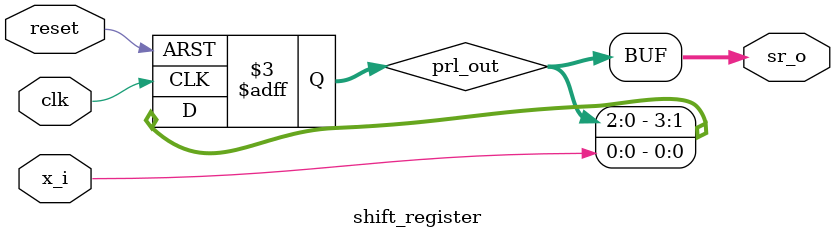
<source format=sv>

module shift_register (
	input  wire      clk,
	input  wire      reset,
	input  wire      x_i,  // Serial input
	output wire[3:0] sr_o  // Shift register output
);
	logic [3:0] prl_out;

	always_ff @(posedge clk or negedge reset) begin
		if (!reset)
			prl_out <= 4'b0;
		else begin
			prl_out <= {prl_out[2:0], x_i};
		end
	end

	assign sr_o = prl_out;

endmodule

</source>
